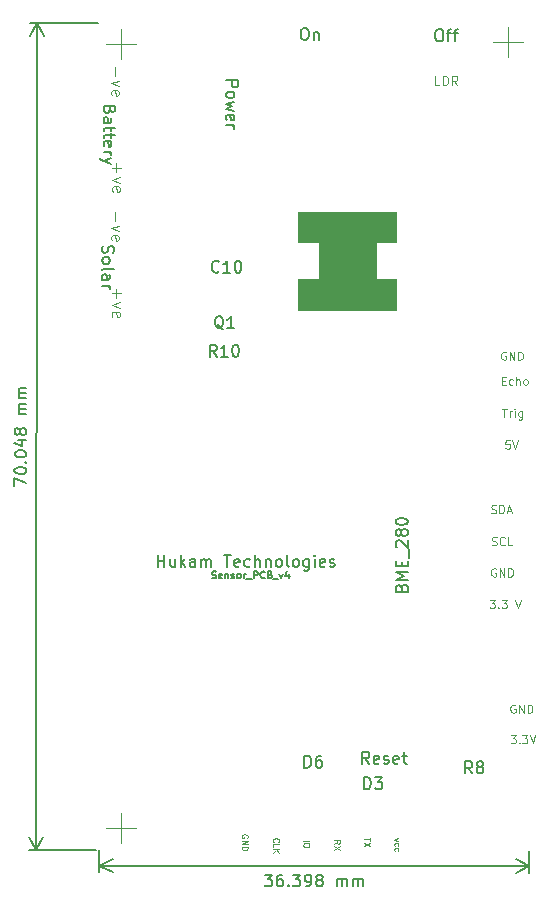
<source format=gbr>
G04 #@! TF.GenerationSoftware,KiCad,Pcbnew,5.1.6-c6e7f7d~87~ubuntu18.04.1*
G04 #@! TF.CreationDate,2021-04-09T16:44:34+05:30*
G04 #@! TF.ProjectId,Sensor_pcb_v4,53656e73-6f72-45f7-9063-625f76342e6b,rev?*
G04 #@! TF.SameCoordinates,Original*
G04 #@! TF.FileFunction,OtherDrawing,Comment*
%FSLAX46Y46*%
G04 Gerber Fmt 4.6, Leading zero omitted, Abs format (unit mm)*
G04 Created by KiCad (PCBNEW 5.1.6-c6e7f7d~87~ubuntu18.04.1) date 2021-04-09 16:44:34*
%MOMM*%
%LPD*%
G01*
G04 APERTURE LIST*
%ADD10C,0.100000*%
%ADD11C,0.150000*%
%ADD12C,0.080000*%
%ADD13C,0.200000*%
%ADD14C,0.050000*%
%ADD15C,0.010000*%
G04 APERTURE END LIST*
D10*
X58052986Y-54821026D02*
X57719653Y-54821026D01*
X57686320Y-55154360D01*
X57719653Y-55121026D01*
X57786320Y-55087693D01*
X57952986Y-55087693D01*
X58019653Y-55121026D01*
X58052986Y-55154360D01*
X58086320Y-55221026D01*
X58086320Y-55387693D01*
X58052986Y-55454360D01*
X58019653Y-55487693D01*
X57952986Y-55521026D01*
X57786320Y-55521026D01*
X57719653Y-55487693D01*
X57686320Y-55454360D01*
X58286320Y-54821026D02*
X58519653Y-55521026D01*
X58752986Y-54821026D01*
X57405700Y-52126086D02*
X57805700Y-52126086D01*
X57605700Y-52826086D02*
X57605700Y-52126086D01*
X58039033Y-52826086D02*
X58039033Y-52359420D01*
X58039033Y-52492753D02*
X58072366Y-52426086D01*
X58105700Y-52392753D01*
X58172366Y-52359420D01*
X58239033Y-52359420D01*
X58472366Y-52826086D02*
X58472366Y-52359420D01*
X58472366Y-52126086D02*
X58439033Y-52159420D01*
X58472366Y-52192753D01*
X58505700Y-52159420D01*
X58472366Y-52126086D01*
X58472366Y-52192753D01*
X59105700Y-52359420D02*
X59105700Y-52926086D01*
X59072366Y-52992753D01*
X59039033Y-53026086D01*
X58972366Y-53059420D01*
X58872366Y-53059420D01*
X58805700Y-53026086D01*
X59105700Y-52792753D02*
X59039033Y-52826086D01*
X58905700Y-52826086D01*
X58839033Y-52792753D01*
X58805700Y-52759420D01*
X58772366Y-52692753D01*
X58772366Y-52492753D01*
X58805700Y-52426086D01*
X58839033Y-52392753D01*
X58905700Y-52359420D01*
X59039033Y-52359420D01*
X59105700Y-52392753D01*
X57379846Y-49751780D02*
X57613180Y-49751780D01*
X57713180Y-50118446D02*
X57379846Y-50118446D01*
X57379846Y-49418446D01*
X57713180Y-49418446D01*
X58313180Y-50085113D02*
X58246513Y-50118446D01*
X58113180Y-50118446D01*
X58046513Y-50085113D01*
X58013180Y-50051780D01*
X57979846Y-49985113D01*
X57979846Y-49785113D01*
X58013180Y-49718446D01*
X58046513Y-49685113D01*
X58113180Y-49651780D01*
X58246513Y-49651780D01*
X58313180Y-49685113D01*
X58613180Y-50118446D02*
X58613180Y-49418446D01*
X58913180Y-50118446D02*
X58913180Y-49751780D01*
X58879846Y-49685113D01*
X58813180Y-49651780D01*
X58713180Y-49651780D01*
X58646513Y-49685113D01*
X58613180Y-49718446D01*
X59346513Y-50118446D02*
X59279846Y-50085113D01*
X59246513Y-50051780D01*
X59213180Y-49985113D01*
X59213180Y-49785113D01*
X59246513Y-49718446D01*
X59279846Y-49685113D01*
X59346513Y-49651780D01*
X59446513Y-49651780D01*
X59513180Y-49685113D01*
X59546513Y-49718446D01*
X59579846Y-49785113D01*
X59579846Y-49985113D01*
X59546513Y-50051780D01*
X59513180Y-50085113D01*
X59446513Y-50118446D01*
X59346513Y-50118446D01*
X58125806Y-79768906D02*
X58559140Y-79768906D01*
X58325806Y-80035573D01*
X58425806Y-80035573D01*
X58492473Y-80068906D01*
X58525806Y-80102240D01*
X58559140Y-80168906D01*
X58559140Y-80335573D01*
X58525806Y-80402240D01*
X58492473Y-80435573D01*
X58425806Y-80468906D01*
X58225806Y-80468906D01*
X58159140Y-80435573D01*
X58125806Y-80402240D01*
X58859140Y-80402240D02*
X58892473Y-80435573D01*
X58859140Y-80468906D01*
X58825806Y-80435573D01*
X58859140Y-80402240D01*
X58859140Y-80468906D01*
X59125806Y-79768906D02*
X59559140Y-79768906D01*
X59325806Y-80035573D01*
X59425806Y-80035573D01*
X59492473Y-80068906D01*
X59525806Y-80102240D01*
X59559140Y-80168906D01*
X59559140Y-80335573D01*
X59525806Y-80402240D01*
X59492473Y-80435573D01*
X59425806Y-80468906D01*
X59225806Y-80468906D01*
X59159140Y-80435573D01*
X59125806Y-80402240D01*
X59759140Y-79768906D02*
X59992473Y-80468906D01*
X60225806Y-79768906D01*
X58516586Y-77213980D02*
X58449920Y-77180646D01*
X58349920Y-77180646D01*
X58249920Y-77213980D01*
X58183253Y-77280646D01*
X58149920Y-77347313D01*
X58116586Y-77480646D01*
X58116586Y-77580646D01*
X58149920Y-77713980D01*
X58183253Y-77780646D01*
X58249920Y-77847313D01*
X58349920Y-77880646D01*
X58416586Y-77880646D01*
X58516586Y-77847313D01*
X58549920Y-77813980D01*
X58549920Y-77580646D01*
X58416586Y-77580646D01*
X58849920Y-77880646D02*
X58849920Y-77180646D01*
X59249920Y-77880646D01*
X59249920Y-77180646D01*
X59583253Y-77880646D02*
X59583253Y-77180646D01*
X59749920Y-77180646D01*
X59849920Y-77213980D01*
X59916586Y-77280646D01*
X59949920Y-77347313D01*
X59983253Y-77480646D01*
X59983253Y-77580646D01*
X59949920Y-77713980D01*
X59916586Y-77780646D01*
X59849920Y-77847313D01*
X59749920Y-77880646D01*
X59583253Y-77880646D01*
D11*
X37316207Y-91578684D02*
X37935255Y-91579289D01*
X37601549Y-91959915D01*
X37744406Y-91960055D01*
X37839598Y-92007767D01*
X37887170Y-92055432D01*
X37934696Y-92150717D01*
X37934464Y-92388812D01*
X37886752Y-92484003D01*
X37839086Y-92531576D01*
X37743802Y-92579102D01*
X37458087Y-92578823D01*
X37362896Y-92531111D01*
X37315323Y-92483445D01*
X38792397Y-91580126D02*
X38601921Y-91579940D01*
X38506636Y-91627466D01*
X38458971Y-91675038D01*
X38363593Y-91817802D01*
X38315788Y-92008232D01*
X38315416Y-92389184D01*
X38362942Y-92484469D01*
X38410514Y-92532134D01*
X38505706Y-92579846D01*
X38696182Y-92580032D01*
X38791467Y-92532506D01*
X38839132Y-92484934D01*
X38886844Y-92389742D01*
X38887077Y-92151647D01*
X38839551Y-92056363D01*
X38791978Y-92008697D01*
X38696787Y-91960985D01*
X38506311Y-91960799D01*
X38411026Y-92008325D01*
X38363361Y-92055897D01*
X38315649Y-92151089D01*
X39315322Y-92485399D02*
X39362895Y-92533065D01*
X39315229Y-92580637D01*
X39267657Y-92532972D01*
X39315322Y-92485399D01*
X39315229Y-92580637D01*
X39697159Y-91581010D02*
X40316206Y-91581615D01*
X39982501Y-91962241D01*
X40125358Y-91962381D01*
X40220549Y-92010093D01*
X40268122Y-92057758D01*
X40315648Y-92153043D01*
X40315415Y-92391138D01*
X40267703Y-92486330D01*
X40220037Y-92533902D01*
X40124753Y-92581428D01*
X39839039Y-92581149D01*
X39743847Y-92533437D01*
X39696275Y-92485771D01*
X40791419Y-92582079D02*
X40981895Y-92582265D01*
X41077180Y-92534740D01*
X41124845Y-92487167D01*
X41220223Y-92344403D01*
X41268028Y-92153973D01*
X41268400Y-91773021D01*
X41220874Y-91677737D01*
X41173302Y-91630071D01*
X41078110Y-91582359D01*
X40887634Y-91582173D01*
X40792350Y-91629699D01*
X40744684Y-91677271D01*
X40696972Y-91772463D01*
X40696739Y-92010558D01*
X40744265Y-92105843D01*
X40791838Y-92153508D01*
X40887029Y-92201220D01*
X41077505Y-92201406D01*
X41172790Y-92153880D01*
X41220456Y-92106308D01*
X41268168Y-92011116D01*
X41839596Y-92011675D02*
X41744404Y-91963963D01*
X41696832Y-91916297D01*
X41649306Y-91821012D01*
X41649352Y-91773393D01*
X41697065Y-91678202D01*
X41744730Y-91630629D01*
X41840015Y-91583103D01*
X42030491Y-91583289D01*
X42125682Y-91631002D01*
X42173255Y-91678667D01*
X42220781Y-91773952D01*
X42220734Y-91821571D01*
X42173022Y-91916762D01*
X42125357Y-91964335D01*
X42030072Y-92011861D01*
X41839596Y-92011675D01*
X41744311Y-92059201D01*
X41696646Y-92106773D01*
X41648934Y-92201965D01*
X41648748Y-92392441D01*
X41696274Y-92487725D01*
X41743846Y-92535391D01*
X41839038Y-92583103D01*
X42029514Y-92583289D01*
X42124798Y-92535763D01*
X42172464Y-92488191D01*
X42220176Y-92392999D01*
X42220362Y-92202523D01*
X42172836Y-92107238D01*
X42125264Y-92059573D01*
X42030072Y-92011861D01*
X43410466Y-92584638D02*
X43411117Y-91917972D01*
X43411024Y-92013210D02*
X43458689Y-91965637D01*
X43553974Y-91918111D01*
X43696831Y-91918251D01*
X43792023Y-91965963D01*
X43839549Y-92061248D01*
X43839037Y-92585057D01*
X43839549Y-92061248D02*
X43887261Y-91966056D01*
X43982545Y-91918530D01*
X44125402Y-91918670D01*
X44220594Y-91966382D01*
X44268120Y-92061666D01*
X44267608Y-92585476D01*
X44743798Y-92585941D02*
X44744450Y-91919274D01*
X44744356Y-92014512D02*
X44792022Y-91966940D01*
X44887307Y-91919414D01*
X45030164Y-91919554D01*
X45125355Y-91967266D01*
X45172881Y-92062550D01*
X45172369Y-92586359D01*
X45172881Y-92062550D02*
X45220593Y-91967359D01*
X45315878Y-91919833D01*
X45458735Y-91919972D01*
X45553926Y-91967684D01*
X45601452Y-92062969D01*
X45600941Y-92586778D01*
X23308317Y-90812618D02*
X59706517Y-90848178D01*
X23309580Y-89519760D02*
X23307744Y-91399039D01*
X59707780Y-89555320D02*
X59705944Y-91434599D01*
X59706517Y-90848178D02*
X58579441Y-91433498D01*
X59706517Y-90848178D02*
X58580587Y-90260657D01*
X23308317Y-90812618D02*
X24434247Y-91400139D01*
X23308317Y-90812618D02*
X24435393Y-90227298D01*
D12*
X43169709Y-88969066D02*
X43407804Y-88802400D01*
X43169709Y-88683352D02*
X43669709Y-88683352D01*
X43669709Y-88873828D01*
X43645900Y-88921447D01*
X43622090Y-88945257D01*
X43574471Y-88969066D01*
X43503042Y-88969066D01*
X43455423Y-88945257D01*
X43431614Y-88921447D01*
X43407804Y-88873828D01*
X43407804Y-88683352D01*
X43669709Y-89135733D02*
X43169709Y-89469066D01*
X43669709Y-89469066D02*
X43169709Y-89135733D01*
X46186849Y-88460627D02*
X46186849Y-88746341D01*
X45686849Y-88603484D02*
X46186849Y-88603484D01*
X46186849Y-88865389D02*
X45686849Y-89198722D01*
X46186849Y-89198722D02*
X45686849Y-88865389D01*
D10*
X52101819Y-24733204D02*
X51720866Y-24733204D01*
X51720866Y-23933204D01*
X52368485Y-24733204D02*
X52368485Y-23933204D01*
X52558961Y-23933204D01*
X52673247Y-23971300D01*
X52749438Y-24047490D01*
X52787533Y-24123680D01*
X52825628Y-24276061D01*
X52825628Y-24390347D01*
X52787533Y-24542728D01*
X52749438Y-24618919D01*
X52673247Y-24695109D01*
X52558961Y-24733204D01*
X52368485Y-24733204D01*
X53625628Y-24733204D02*
X53358961Y-24352252D01*
X53168485Y-24733204D02*
X53168485Y-23933204D01*
X53473247Y-23933204D01*
X53549438Y-23971300D01*
X53587533Y-24009395D01*
X53625628Y-24085585D01*
X53625628Y-24199871D01*
X53587533Y-24276061D01*
X53549438Y-24314157D01*
X53473247Y-24352252D01*
X53168485Y-24352252D01*
X24731671Y-41961583D02*
X24731671Y-42723488D01*
X24350719Y-42342536D02*
X25112623Y-42342536D01*
X25017385Y-43104440D02*
X24350719Y-43342536D01*
X25017385Y-43580631D01*
X24398338Y-44342536D02*
X24350719Y-44247298D01*
X24350719Y-44056821D01*
X24398338Y-43961583D01*
X24493576Y-43913964D01*
X24874528Y-43913964D01*
X24969766Y-43961583D01*
X25017385Y-44056821D01*
X25017385Y-44247298D01*
X24969766Y-44342536D01*
X24874528Y-44390155D01*
X24779290Y-44390155D01*
X24684052Y-43913964D01*
X24675791Y-35484583D02*
X24675791Y-36246488D01*
X24961505Y-36627440D02*
X24294839Y-36865536D01*
X24961505Y-37103631D01*
X24342458Y-37865536D02*
X24294839Y-37770298D01*
X24294839Y-37579821D01*
X24342458Y-37484583D01*
X24437696Y-37436964D01*
X24818648Y-37436964D01*
X24913886Y-37484583D01*
X24961505Y-37579821D01*
X24961505Y-37770298D01*
X24913886Y-37865536D01*
X24818648Y-37913155D01*
X24723410Y-37913155D01*
X24628172Y-37436964D01*
D11*
X23585538Y-38375175D02*
X23537919Y-38518032D01*
X23537919Y-38756127D01*
X23585538Y-38851365D01*
X23633157Y-38898984D01*
X23728395Y-38946603D01*
X23823633Y-38946603D01*
X23918871Y-38898984D01*
X23966490Y-38851365D01*
X24014109Y-38756127D01*
X24061728Y-38565651D01*
X24109347Y-38470413D01*
X24156966Y-38422794D01*
X24252204Y-38375175D01*
X24347442Y-38375175D01*
X24442680Y-38422794D01*
X24490300Y-38470413D01*
X24537919Y-38565651D01*
X24537919Y-38803746D01*
X24490300Y-38946603D01*
X23537919Y-39518032D02*
X23585538Y-39422794D01*
X23633157Y-39375175D01*
X23728395Y-39327556D01*
X24014109Y-39327556D01*
X24109347Y-39375175D01*
X24156966Y-39422794D01*
X24204585Y-39518032D01*
X24204585Y-39660889D01*
X24156966Y-39756127D01*
X24109347Y-39803746D01*
X24014109Y-39851365D01*
X23728395Y-39851365D01*
X23633157Y-39803746D01*
X23585538Y-39756127D01*
X23537919Y-39660889D01*
X23537919Y-39518032D01*
X23537919Y-40422794D02*
X23585538Y-40327556D01*
X23680776Y-40279937D01*
X24537919Y-40279937D01*
X23537919Y-41232318D02*
X24061728Y-41232318D01*
X24156966Y-41184699D01*
X24204585Y-41089460D01*
X24204585Y-40898984D01*
X24156966Y-40803746D01*
X23585538Y-41232318D02*
X23537919Y-41137080D01*
X23537919Y-40898984D01*
X23585538Y-40803746D01*
X23680776Y-40756127D01*
X23776014Y-40756127D01*
X23871252Y-40803746D01*
X23918871Y-40898984D01*
X23918871Y-41137080D01*
X23966490Y-41232318D01*
X23537919Y-41708508D02*
X24204585Y-41708508D01*
X24014109Y-41708508D02*
X24109347Y-41756127D01*
X24156966Y-41803746D01*
X24204585Y-41898984D01*
X24204585Y-41994222D01*
D10*
X24759611Y-31367243D02*
X24759611Y-32129148D01*
X24378659Y-31748196D02*
X25140563Y-31748196D01*
X25045325Y-32510100D02*
X24378659Y-32748196D01*
X25045325Y-32986291D01*
X24426278Y-33748196D02*
X24378659Y-33652958D01*
X24378659Y-33462481D01*
X24426278Y-33367243D01*
X24521516Y-33319624D01*
X24902468Y-33319624D01*
X24997706Y-33367243D01*
X25045325Y-33462481D01*
X25045325Y-33652958D01*
X24997706Y-33748196D01*
X24902468Y-33795815D01*
X24807230Y-33795815D01*
X24711992Y-33319624D01*
D11*
X16123386Y-58668931D02*
X16124304Y-58002265D01*
X17123713Y-58432214D01*
X16125092Y-57430837D02*
X16125223Y-57335599D01*
X16172973Y-57240427D01*
X16220658Y-57192873D01*
X16315962Y-57145386D01*
X16506503Y-57098029D01*
X16744598Y-57098357D01*
X16935009Y-57146239D01*
X17030181Y-57193989D01*
X17077734Y-57241673D01*
X17125222Y-57336977D01*
X17125091Y-57432215D01*
X17077341Y-57527387D01*
X17029656Y-57574941D01*
X16934352Y-57622429D01*
X16743811Y-57669785D01*
X16505716Y-57669457D01*
X16315305Y-57621576D01*
X16220133Y-57573825D01*
X16172580Y-57526141D01*
X16125092Y-57430837D01*
X17030903Y-56670180D02*
X17078587Y-56622626D01*
X17126141Y-56670311D01*
X17078456Y-56717864D01*
X17030903Y-56670180D01*
X17126141Y-56670311D01*
X16127060Y-56002267D02*
X16127192Y-55907029D01*
X16174942Y-55811857D01*
X16222626Y-55764303D01*
X16317930Y-55716815D01*
X16508472Y-55669459D01*
X16746567Y-55669787D01*
X16936977Y-55717668D01*
X17032149Y-55765419D01*
X17079703Y-55813103D01*
X17127191Y-55908407D01*
X17127059Y-56003645D01*
X17079309Y-56098817D01*
X17031625Y-56146371D01*
X16936321Y-56193858D01*
X16745779Y-56241215D01*
X16507684Y-56240887D01*
X16317274Y-56193005D01*
X16222101Y-56145255D01*
X16174548Y-56097571D01*
X16127060Y-56002267D01*
X16462034Y-54812251D02*
X17128700Y-54813170D01*
X16080754Y-55049821D02*
X16794711Y-55288901D01*
X16795564Y-54669854D01*
X16558190Y-54145716D02*
X16510440Y-54240889D01*
X16462755Y-54288442D01*
X16367452Y-54335930D01*
X16319833Y-54335864D01*
X16224660Y-54288114D01*
X16177107Y-54240430D01*
X16129619Y-54145126D01*
X16129882Y-53954650D01*
X16177632Y-53859478D01*
X16225317Y-53811924D01*
X16320620Y-53764436D01*
X16368239Y-53764502D01*
X16463412Y-53812252D01*
X16510965Y-53859937D01*
X16558453Y-53955240D01*
X16558190Y-54145716D01*
X16605678Y-54241020D01*
X16653231Y-54288705D01*
X16748404Y-54336455D01*
X16938880Y-54336717D01*
X17034183Y-54289230D01*
X17081868Y-54241676D01*
X17129618Y-54146504D01*
X17129881Y-53956028D01*
X17082393Y-53860724D01*
X17034840Y-53813040D01*
X16939667Y-53765289D01*
X16749191Y-53765027D01*
X16653888Y-53812515D01*
X16606203Y-53860068D01*
X16558453Y-53955240D01*
X17131784Y-52575077D02*
X16465118Y-52574158D01*
X16560356Y-52574289D02*
X16512802Y-52526605D01*
X16465314Y-52431301D01*
X16465511Y-52288444D01*
X16513261Y-52193272D01*
X16608565Y-52145784D01*
X17132374Y-52146506D01*
X16608565Y-52145784D02*
X16513393Y-52098034D01*
X16465905Y-52002730D01*
X16466102Y-51859873D01*
X16513852Y-51764701D01*
X16609156Y-51717213D01*
X17132965Y-51717935D01*
X17133621Y-51241745D02*
X16466955Y-51240826D01*
X16562193Y-51240957D02*
X16514639Y-51193273D01*
X16467152Y-51097969D01*
X16467348Y-50955112D01*
X16515099Y-50859940D01*
X16610402Y-50812452D01*
X17134211Y-50813174D01*
X16610402Y-50812452D02*
X16515230Y-50764702D01*
X16467742Y-50669398D01*
X16467939Y-50526541D01*
X16515689Y-50431369D01*
X16610993Y-50383881D01*
X17134802Y-50384603D01*
X18025038Y-19456945D02*
X17928518Y-89505065D01*
X23159720Y-19464020D02*
X17438618Y-19456137D01*
X23063200Y-89512140D02*
X17342098Y-89504257D01*
X17928518Y-89505065D02*
X17343650Y-88377754D01*
X17928518Y-89505065D02*
X18516490Y-88379370D01*
X18025038Y-19456945D02*
X17437066Y-20582640D01*
X18025038Y-19456945D02*
X18609906Y-20584256D01*
D12*
X35835400Y-88460627D02*
X35859209Y-88413008D01*
X35859209Y-88341580D01*
X35835400Y-88270151D01*
X35787780Y-88222532D01*
X35740161Y-88198722D01*
X35644923Y-88174913D01*
X35573495Y-88174913D01*
X35478257Y-88198722D01*
X35430638Y-88222532D01*
X35383019Y-88270151D01*
X35359209Y-88341580D01*
X35359209Y-88389199D01*
X35383019Y-88460627D01*
X35406828Y-88484437D01*
X35573495Y-88484437D01*
X35573495Y-88389199D01*
X35359209Y-88698722D02*
X35859209Y-88698722D01*
X35359209Y-88984437D01*
X35859209Y-88984437D01*
X35359209Y-89222532D02*
X35859209Y-89222532D01*
X35859209Y-89341580D01*
X35835400Y-89413008D01*
X35787780Y-89460627D01*
X35740161Y-89484437D01*
X35644923Y-89508246D01*
X35573495Y-89508246D01*
X35478257Y-89484437D01*
X35430638Y-89460627D01*
X35383019Y-89413008D01*
X35359209Y-89341580D01*
X35359209Y-89222532D01*
X38063668Y-88813200D02*
X38039859Y-88789391D01*
X38016049Y-88717962D01*
X38016049Y-88670343D01*
X38039859Y-88598915D01*
X38087478Y-88551296D01*
X38135097Y-88527486D01*
X38230335Y-88503677D01*
X38301763Y-88503677D01*
X38397001Y-88527486D01*
X38444620Y-88551296D01*
X38492240Y-88598915D01*
X38516049Y-88670343D01*
X38516049Y-88717962D01*
X38492240Y-88789391D01*
X38468430Y-88813200D01*
X38016049Y-89265581D02*
X38016049Y-89027486D01*
X38516049Y-89027486D01*
X38016049Y-89432248D02*
X38516049Y-89432248D01*
X38016049Y-89717962D02*
X38301763Y-89503677D01*
X38516049Y-89717962D02*
X38230335Y-89432248D01*
X40594149Y-88701595D02*
X41094149Y-88701595D01*
X41094149Y-89034928D02*
X41094149Y-89130166D01*
X41070340Y-89177785D01*
X41022720Y-89225404D01*
X40927482Y-89249214D01*
X40760816Y-89249214D01*
X40665578Y-89225404D01*
X40617959Y-89177785D01*
X40594149Y-89130166D01*
X40594149Y-89034928D01*
X40617959Y-88987309D01*
X40665578Y-88939690D01*
X40760816Y-88915880D01*
X40927482Y-88915880D01*
X41022720Y-88939690D01*
X41070340Y-88987309D01*
X41094149Y-89034928D01*
X48618602Y-88502240D02*
X48285269Y-88621288D01*
X48618602Y-88740336D01*
X48309079Y-89145098D02*
X48285269Y-89097479D01*
X48285269Y-89002240D01*
X48309079Y-88954621D01*
X48332888Y-88930812D01*
X48380507Y-88907002D01*
X48523364Y-88907002D01*
X48570983Y-88930812D01*
X48594793Y-88954621D01*
X48618602Y-89002240D01*
X48618602Y-89097479D01*
X48594793Y-89145098D01*
X48309079Y-89573669D02*
X48285269Y-89526050D01*
X48285269Y-89430812D01*
X48309079Y-89383193D01*
X48332888Y-89359383D01*
X48380507Y-89335574D01*
X48523364Y-89335574D01*
X48570983Y-89359383D01*
X48594793Y-89383193D01*
X48618602Y-89430812D01*
X48618602Y-89526050D01*
X48594793Y-89573669D01*
D13*
X40600380Y-19907000D02*
X40790857Y-19907000D01*
X40886095Y-19954620D01*
X40981333Y-20049858D01*
X41028952Y-20240334D01*
X41028952Y-20573667D01*
X40981333Y-20764143D01*
X40886095Y-20859381D01*
X40790857Y-20907000D01*
X40600380Y-20907000D01*
X40505142Y-20859381D01*
X40409904Y-20764143D01*
X40362285Y-20573667D01*
X40362285Y-20240334D01*
X40409904Y-20049858D01*
X40505142Y-19954620D01*
X40600380Y-19907000D01*
X41457523Y-20240334D02*
X41457523Y-20907000D01*
X41457523Y-20335572D02*
X41505142Y-20287953D01*
X41600380Y-20240334D01*
X41743238Y-20240334D01*
X41838476Y-20287953D01*
X41886095Y-20383191D01*
X41886095Y-20907000D01*
X52007853Y-20028920D02*
X52198329Y-20028920D01*
X52293567Y-20076540D01*
X52388805Y-20171778D01*
X52436424Y-20362254D01*
X52436424Y-20695587D01*
X52388805Y-20886063D01*
X52293567Y-20981301D01*
X52198329Y-21028920D01*
X52007853Y-21028920D01*
X51912615Y-20981301D01*
X51817377Y-20886063D01*
X51769758Y-20695587D01*
X51769758Y-20362254D01*
X51817377Y-20171778D01*
X51912615Y-20076540D01*
X52007853Y-20028920D01*
X52722139Y-20362254D02*
X53103091Y-20362254D01*
X52864996Y-21028920D02*
X52864996Y-20171778D01*
X52912615Y-20076540D01*
X53007853Y-20028920D01*
X53103091Y-20028920D01*
X53293567Y-20362254D02*
X53674520Y-20362254D01*
X53436424Y-21028920D02*
X53436424Y-20171778D01*
X53484043Y-20076540D01*
X53579281Y-20028920D01*
X53674520Y-20028920D01*
D10*
X24675791Y-23218923D02*
X24675791Y-23980828D01*
X24961505Y-24361780D02*
X24294839Y-24599876D01*
X24961505Y-24837971D01*
X24342458Y-25599876D02*
X24294839Y-25504638D01*
X24294839Y-25314161D01*
X24342458Y-25218923D01*
X24437696Y-25171304D01*
X24818648Y-25171304D01*
X24913886Y-25218923D01*
X24961505Y-25314161D01*
X24961505Y-25504638D01*
X24913886Y-25599876D01*
X24818648Y-25647495D01*
X24723410Y-25647495D01*
X24628172Y-25171304D01*
X56365620Y-68321126D02*
X56798953Y-68321126D01*
X56565620Y-68587793D01*
X56665620Y-68587793D01*
X56732286Y-68621126D01*
X56765620Y-68654460D01*
X56798953Y-68721126D01*
X56798953Y-68887793D01*
X56765620Y-68954460D01*
X56732286Y-68987793D01*
X56665620Y-69021126D01*
X56465620Y-69021126D01*
X56398953Y-68987793D01*
X56365620Y-68954460D01*
X57098953Y-68954460D02*
X57132286Y-68987793D01*
X57098953Y-69021126D01*
X57065620Y-68987793D01*
X57098953Y-68954460D01*
X57098953Y-69021126D01*
X57365620Y-68321126D02*
X57798953Y-68321126D01*
X57565620Y-68587793D01*
X57665620Y-68587793D01*
X57732286Y-68621126D01*
X57765620Y-68654460D01*
X57798953Y-68721126D01*
X57798953Y-68887793D01*
X57765620Y-68954460D01*
X57732286Y-68987793D01*
X57665620Y-69021126D01*
X57465620Y-69021126D01*
X57398953Y-68987793D01*
X57365620Y-68954460D01*
X58532286Y-68321126D02*
X58765620Y-69021126D01*
X58998953Y-68321126D01*
X56875746Y-65679840D02*
X56809080Y-65646506D01*
X56709080Y-65646506D01*
X56609080Y-65679840D01*
X56542413Y-65746506D01*
X56509080Y-65813173D01*
X56475746Y-65946506D01*
X56475746Y-66046506D01*
X56509080Y-66179840D01*
X56542413Y-66246506D01*
X56609080Y-66313173D01*
X56709080Y-66346506D01*
X56775746Y-66346506D01*
X56875746Y-66313173D01*
X56909080Y-66279840D01*
X56909080Y-66046506D01*
X56775746Y-66046506D01*
X57209080Y-66346506D02*
X57209080Y-65646506D01*
X57609080Y-66346506D01*
X57609080Y-65646506D01*
X57942413Y-66346506D02*
X57942413Y-65646506D01*
X58109080Y-65646506D01*
X58209080Y-65679840D01*
X58275746Y-65746506D01*
X58309080Y-65813173D01*
X58342413Y-65946506D01*
X58342413Y-66046506D01*
X58309080Y-66179840D01*
X58275746Y-66246506D01*
X58209080Y-66313173D01*
X58109080Y-66346506D01*
X57942413Y-66346506D01*
X56537646Y-63671573D02*
X56637646Y-63704906D01*
X56804313Y-63704906D01*
X56870980Y-63671573D01*
X56904313Y-63638240D01*
X56937646Y-63571573D01*
X56937646Y-63504906D01*
X56904313Y-63438240D01*
X56870980Y-63404906D01*
X56804313Y-63371573D01*
X56670980Y-63338240D01*
X56604313Y-63304906D01*
X56570980Y-63271573D01*
X56537646Y-63204906D01*
X56537646Y-63138240D01*
X56570980Y-63071573D01*
X56604313Y-63038240D01*
X56670980Y-63004906D01*
X56837646Y-63004906D01*
X56937646Y-63038240D01*
X57637646Y-63638240D02*
X57604313Y-63671573D01*
X57504313Y-63704906D01*
X57437646Y-63704906D01*
X57337646Y-63671573D01*
X57270980Y-63604906D01*
X57237646Y-63538240D01*
X57204313Y-63404906D01*
X57204313Y-63304906D01*
X57237646Y-63171573D01*
X57270980Y-63104906D01*
X57337646Y-63038240D01*
X57437646Y-63004906D01*
X57504313Y-63004906D01*
X57604313Y-63038240D01*
X57637646Y-63071573D01*
X58270980Y-63704906D02*
X57937646Y-63704906D01*
X57937646Y-63004906D01*
X56485420Y-60958853D02*
X56585420Y-60992186D01*
X56752086Y-60992186D01*
X56818753Y-60958853D01*
X56852086Y-60925520D01*
X56885420Y-60858853D01*
X56885420Y-60792186D01*
X56852086Y-60725520D01*
X56818753Y-60692186D01*
X56752086Y-60658853D01*
X56618753Y-60625520D01*
X56552086Y-60592186D01*
X56518753Y-60558853D01*
X56485420Y-60492186D01*
X56485420Y-60425520D01*
X56518753Y-60358853D01*
X56552086Y-60325520D01*
X56618753Y-60292186D01*
X56785420Y-60292186D01*
X56885420Y-60325520D01*
X57185420Y-60992186D02*
X57185420Y-60292186D01*
X57352086Y-60292186D01*
X57452086Y-60325520D01*
X57518753Y-60392186D01*
X57552086Y-60458853D01*
X57585420Y-60592186D01*
X57585420Y-60692186D01*
X57552086Y-60825520D01*
X57518753Y-60892186D01*
X57452086Y-60958853D01*
X57352086Y-60992186D01*
X57185420Y-60992186D01*
X57852086Y-60792186D02*
X58185420Y-60792186D01*
X57785420Y-60992186D02*
X58018753Y-60292186D01*
X58252086Y-60992186D01*
X57716486Y-47335960D02*
X57649820Y-47302626D01*
X57549820Y-47302626D01*
X57449820Y-47335960D01*
X57383153Y-47402626D01*
X57349820Y-47469293D01*
X57316486Y-47602626D01*
X57316486Y-47702626D01*
X57349820Y-47835960D01*
X57383153Y-47902626D01*
X57449820Y-47969293D01*
X57549820Y-48002626D01*
X57616486Y-48002626D01*
X57716486Y-47969293D01*
X57749820Y-47935960D01*
X57749820Y-47702626D01*
X57616486Y-47702626D01*
X58049820Y-48002626D02*
X58049820Y-47302626D01*
X58449820Y-48002626D01*
X58449820Y-47302626D01*
X58783153Y-48002626D02*
X58783153Y-47302626D01*
X58949820Y-47302626D01*
X59049820Y-47335960D01*
X59116486Y-47402626D01*
X59149820Y-47469293D01*
X59183153Y-47602626D01*
X59183153Y-47702626D01*
X59149820Y-47835960D01*
X59116486Y-47902626D01*
X59049820Y-47969293D01*
X58949820Y-48002626D01*
X58783153Y-48002626D01*
D11*
X24193808Y-26828691D02*
X24146189Y-26971548D01*
X24098570Y-27019167D01*
X24003332Y-27066786D01*
X23860475Y-27066786D01*
X23765237Y-27019167D01*
X23717618Y-26971548D01*
X23669999Y-26876310D01*
X23669999Y-26495358D01*
X24669999Y-26495358D01*
X24669999Y-26828691D01*
X24622380Y-26923929D01*
X24574760Y-26971548D01*
X24479522Y-27019167D01*
X24384284Y-27019167D01*
X24289046Y-26971548D01*
X24241427Y-26923929D01*
X24193808Y-26828691D01*
X24193808Y-26495358D01*
X23669999Y-27923929D02*
X24193808Y-27923929D01*
X24289046Y-27876310D01*
X24336665Y-27781072D01*
X24336665Y-27590596D01*
X24289046Y-27495358D01*
X23717618Y-27923929D02*
X23669999Y-27828691D01*
X23669999Y-27590596D01*
X23717618Y-27495358D01*
X23812856Y-27447739D01*
X23908094Y-27447739D01*
X24003332Y-27495358D01*
X24050951Y-27590596D01*
X24050951Y-27828691D01*
X24098570Y-27923929D01*
X24336665Y-28257262D02*
X24336665Y-28638215D01*
X24669999Y-28400120D02*
X23812856Y-28400120D01*
X23717618Y-28447739D01*
X23669999Y-28542977D01*
X23669999Y-28638215D01*
X24336665Y-28828691D02*
X24336665Y-29209643D01*
X24669999Y-28971548D02*
X23812856Y-28971548D01*
X23717618Y-29019167D01*
X23669999Y-29114405D01*
X23669999Y-29209643D01*
X23717618Y-29923929D02*
X23669999Y-29828691D01*
X23669999Y-29638215D01*
X23717618Y-29542977D01*
X23812856Y-29495358D01*
X24193808Y-29495358D01*
X24289046Y-29542977D01*
X24336665Y-29638215D01*
X24336665Y-29828691D01*
X24289046Y-29923929D01*
X24193808Y-29971548D01*
X24098570Y-29971548D01*
X24003332Y-29495358D01*
X23669999Y-30400120D02*
X24336665Y-30400120D01*
X24146189Y-30400120D02*
X24241427Y-30447739D01*
X24289046Y-30495358D01*
X24336665Y-30590596D01*
X24336665Y-30685834D01*
X24336665Y-30923929D02*
X23669999Y-31162024D01*
X24336665Y-31400120D02*
X23669999Y-31162024D01*
X23431903Y-31066786D01*
X23384284Y-31019167D01*
X23336665Y-30923929D01*
X46155764Y-82194660D02*
X45822431Y-81718470D01*
X45584336Y-82194660D02*
X45584336Y-81194660D01*
X45965288Y-81194660D01*
X46060526Y-81242280D01*
X46108145Y-81289899D01*
X46155764Y-81385137D01*
X46155764Y-81527994D01*
X46108145Y-81623232D01*
X46060526Y-81670851D01*
X45965288Y-81718470D01*
X45584336Y-81718470D01*
X46965288Y-82147041D02*
X46870050Y-82194660D01*
X46679574Y-82194660D01*
X46584336Y-82147041D01*
X46536717Y-82051803D01*
X46536717Y-81670851D01*
X46584336Y-81575613D01*
X46679574Y-81527994D01*
X46870050Y-81527994D01*
X46965288Y-81575613D01*
X47012907Y-81670851D01*
X47012907Y-81766089D01*
X46536717Y-81861327D01*
X47393860Y-82147041D02*
X47489098Y-82194660D01*
X47679574Y-82194660D01*
X47774812Y-82147041D01*
X47822431Y-82051803D01*
X47822431Y-82004184D01*
X47774812Y-81908946D01*
X47679574Y-81861327D01*
X47536717Y-81861327D01*
X47441479Y-81813708D01*
X47393860Y-81718470D01*
X47393860Y-81670851D01*
X47441479Y-81575613D01*
X47536717Y-81527994D01*
X47679574Y-81527994D01*
X47774812Y-81575613D01*
X48631955Y-82147041D02*
X48536717Y-82194660D01*
X48346240Y-82194660D01*
X48251002Y-82147041D01*
X48203383Y-82051803D01*
X48203383Y-81670851D01*
X48251002Y-81575613D01*
X48346240Y-81527994D01*
X48536717Y-81527994D01*
X48631955Y-81575613D01*
X48679574Y-81670851D01*
X48679574Y-81766089D01*
X48203383Y-81861327D01*
X48965288Y-81527994D02*
X49346240Y-81527994D01*
X49108145Y-81194660D02*
X49108145Y-82051803D01*
X49155764Y-82147041D01*
X49251002Y-82194660D01*
X49346240Y-82194660D01*
X34058599Y-24343289D02*
X35058599Y-24343289D01*
X35058599Y-24724241D01*
X35010980Y-24819479D01*
X34963360Y-24867099D01*
X34868122Y-24914718D01*
X34725265Y-24914718D01*
X34630027Y-24867099D01*
X34582408Y-24819479D01*
X34534789Y-24724241D01*
X34534789Y-24343289D01*
X34058599Y-25486146D02*
X34106218Y-25390908D01*
X34153837Y-25343289D01*
X34249075Y-25295670D01*
X34534789Y-25295670D01*
X34630027Y-25343289D01*
X34677646Y-25390908D01*
X34725265Y-25486146D01*
X34725265Y-25629003D01*
X34677646Y-25724241D01*
X34630027Y-25771860D01*
X34534789Y-25819480D01*
X34249075Y-25819480D01*
X34153837Y-25771860D01*
X34106218Y-25724241D01*
X34058599Y-25629003D01*
X34058599Y-25486146D01*
X34725265Y-26152813D02*
X34058599Y-26343289D01*
X34534789Y-26533765D01*
X34058599Y-26724241D01*
X34725265Y-26914718D01*
X34106218Y-27676622D02*
X34058599Y-27581384D01*
X34058599Y-27390908D01*
X34106218Y-27295670D01*
X34201456Y-27248051D01*
X34582408Y-27248051D01*
X34677646Y-27295670D01*
X34725265Y-27390908D01*
X34725265Y-27581384D01*
X34677646Y-27676622D01*
X34582408Y-27724241D01*
X34487170Y-27724241D01*
X34391932Y-27248051D01*
X34058599Y-28152813D02*
X34725265Y-28152813D01*
X34534789Y-28152813D02*
X34630027Y-28200432D01*
X34677646Y-28248051D01*
X34725265Y-28343289D01*
X34725265Y-28438527D01*
X32847371Y-66468277D02*
X32933085Y-66496848D01*
X33075942Y-66496848D01*
X33133085Y-66468277D01*
X33161657Y-66439705D01*
X33190228Y-66382562D01*
X33190228Y-66325420D01*
X33161657Y-66268277D01*
X33133085Y-66239705D01*
X33075942Y-66211134D01*
X32961657Y-66182562D01*
X32904514Y-66153991D01*
X32875942Y-66125420D01*
X32847371Y-66068277D01*
X32847371Y-66011134D01*
X32875942Y-65953991D01*
X32904514Y-65925420D01*
X32961657Y-65896848D01*
X33104514Y-65896848D01*
X33190228Y-65925420D01*
X33675942Y-66468277D02*
X33618800Y-66496848D01*
X33504514Y-66496848D01*
X33447371Y-66468277D01*
X33418800Y-66411134D01*
X33418800Y-66182562D01*
X33447371Y-66125420D01*
X33504514Y-66096848D01*
X33618800Y-66096848D01*
X33675942Y-66125420D01*
X33704514Y-66182562D01*
X33704514Y-66239705D01*
X33418800Y-66296848D01*
X33961657Y-66096848D02*
X33961657Y-66496848D01*
X33961657Y-66153991D02*
X33990228Y-66125420D01*
X34047371Y-66096848D01*
X34133085Y-66096848D01*
X34190228Y-66125420D01*
X34218800Y-66182562D01*
X34218800Y-66496848D01*
X34475942Y-66468277D02*
X34533085Y-66496848D01*
X34647371Y-66496848D01*
X34704514Y-66468277D01*
X34733085Y-66411134D01*
X34733085Y-66382562D01*
X34704514Y-66325420D01*
X34647371Y-66296848D01*
X34561657Y-66296848D01*
X34504514Y-66268277D01*
X34475942Y-66211134D01*
X34475942Y-66182562D01*
X34504514Y-66125420D01*
X34561657Y-66096848D01*
X34647371Y-66096848D01*
X34704514Y-66125420D01*
X35075942Y-66496848D02*
X35018800Y-66468277D01*
X34990228Y-66439705D01*
X34961657Y-66382562D01*
X34961657Y-66211134D01*
X34990228Y-66153991D01*
X35018800Y-66125420D01*
X35075942Y-66096848D01*
X35161657Y-66096848D01*
X35218800Y-66125420D01*
X35247371Y-66153991D01*
X35275942Y-66211134D01*
X35275942Y-66382562D01*
X35247371Y-66439705D01*
X35218800Y-66468277D01*
X35161657Y-66496848D01*
X35075942Y-66496848D01*
X35533085Y-66496848D02*
X35533085Y-66096848D01*
X35533085Y-66211134D02*
X35561657Y-66153991D01*
X35590228Y-66125420D01*
X35647371Y-66096848D01*
X35704514Y-66096848D01*
X35761657Y-66553991D02*
X36218800Y-66553991D01*
X36361657Y-66496848D02*
X36361657Y-65896848D01*
X36590228Y-65896848D01*
X36647371Y-65925420D01*
X36675942Y-65953991D01*
X36704514Y-66011134D01*
X36704514Y-66096848D01*
X36675942Y-66153991D01*
X36647371Y-66182562D01*
X36590228Y-66211134D01*
X36361657Y-66211134D01*
X37304514Y-66439705D02*
X37275942Y-66468277D01*
X37190228Y-66496848D01*
X37133085Y-66496848D01*
X37047371Y-66468277D01*
X36990228Y-66411134D01*
X36961657Y-66353991D01*
X36933085Y-66239705D01*
X36933085Y-66153991D01*
X36961657Y-66039705D01*
X36990228Y-65982562D01*
X37047371Y-65925420D01*
X37133085Y-65896848D01*
X37190228Y-65896848D01*
X37275942Y-65925420D01*
X37304514Y-65953991D01*
X37761657Y-66182562D02*
X37847371Y-66211134D01*
X37875942Y-66239705D01*
X37904514Y-66296848D01*
X37904514Y-66382562D01*
X37875942Y-66439705D01*
X37847371Y-66468277D01*
X37790228Y-66496848D01*
X37561657Y-66496848D01*
X37561657Y-65896848D01*
X37761657Y-65896848D01*
X37818800Y-65925420D01*
X37847371Y-65953991D01*
X37875942Y-66011134D01*
X37875942Y-66068277D01*
X37847371Y-66125420D01*
X37818800Y-66153991D01*
X37761657Y-66182562D01*
X37561657Y-66182562D01*
X38018800Y-66553991D02*
X38475942Y-66553991D01*
X38561657Y-66096848D02*
X38704514Y-66496848D01*
X38847371Y-66096848D01*
X39333085Y-66096848D02*
X39333085Y-66496848D01*
X39190228Y-65868277D02*
X39047371Y-66296848D01*
X39418800Y-66296848D01*
D13*
X28248909Y-65527180D02*
X28248909Y-64527180D01*
X28248909Y-65003371D02*
X28820338Y-65003371D01*
X28820338Y-65527180D02*
X28820338Y-64527180D01*
X29725099Y-64860514D02*
X29725099Y-65527180D01*
X29296528Y-64860514D02*
X29296528Y-65384323D01*
X29344147Y-65479561D01*
X29439385Y-65527180D01*
X29582242Y-65527180D01*
X29677480Y-65479561D01*
X29725099Y-65431942D01*
X30201290Y-65527180D02*
X30201290Y-64527180D01*
X30296528Y-65146228D02*
X30582242Y-65527180D01*
X30582242Y-64860514D02*
X30201290Y-65241466D01*
X31439385Y-65527180D02*
X31439385Y-65003371D01*
X31391766Y-64908133D01*
X31296528Y-64860514D01*
X31106052Y-64860514D01*
X31010814Y-64908133D01*
X31439385Y-65479561D02*
X31344147Y-65527180D01*
X31106052Y-65527180D01*
X31010814Y-65479561D01*
X30963195Y-65384323D01*
X30963195Y-65289085D01*
X31010814Y-65193847D01*
X31106052Y-65146228D01*
X31344147Y-65146228D01*
X31439385Y-65098609D01*
X31915576Y-65527180D02*
X31915576Y-64860514D01*
X31915576Y-64955752D02*
X31963195Y-64908133D01*
X32058433Y-64860514D01*
X32201290Y-64860514D01*
X32296528Y-64908133D01*
X32344147Y-65003371D01*
X32344147Y-65527180D01*
X32344147Y-65003371D02*
X32391766Y-64908133D01*
X32487004Y-64860514D01*
X32629861Y-64860514D01*
X32725099Y-64908133D01*
X32772719Y-65003371D01*
X32772719Y-65527180D01*
X33867957Y-64527180D02*
X34439385Y-64527180D01*
X34153671Y-65527180D02*
X34153671Y-64527180D01*
X35153671Y-65479561D02*
X35058433Y-65527180D01*
X34867957Y-65527180D01*
X34772719Y-65479561D01*
X34725100Y-65384323D01*
X34725100Y-65003371D01*
X34772719Y-64908133D01*
X34867957Y-64860514D01*
X35058433Y-64860514D01*
X35153671Y-64908133D01*
X35201290Y-65003371D01*
X35201290Y-65098609D01*
X34725100Y-65193847D01*
X36058433Y-65479561D02*
X35963195Y-65527180D01*
X35772719Y-65527180D01*
X35677480Y-65479561D01*
X35629861Y-65431942D01*
X35582242Y-65336704D01*
X35582242Y-65050990D01*
X35629861Y-64955752D01*
X35677480Y-64908133D01*
X35772719Y-64860514D01*
X35963195Y-64860514D01*
X36058433Y-64908133D01*
X36487004Y-65527180D02*
X36487004Y-64527180D01*
X36915576Y-65527180D02*
X36915576Y-65003371D01*
X36867957Y-64908133D01*
X36772719Y-64860514D01*
X36629861Y-64860514D01*
X36534623Y-64908133D01*
X36487004Y-64955752D01*
X37391766Y-64860514D02*
X37391766Y-65527180D01*
X37391766Y-64955752D02*
X37439385Y-64908133D01*
X37534623Y-64860514D01*
X37677480Y-64860514D01*
X37772719Y-64908133D01*
X37820338Y-65003371D01*
X37820338Y-65527180D01*
X38439385Y-65527180D02*
X38344147Y-65479561D01*
X38296528Y-65431942D01*
X38248909Y-65336704D01*
X38248909Y-65050990D01*
X38296528Y-64955752D01*
X38344147Y-64908133D01*
X38439385Y-64860514D01*
X38582242Y-64860514D01*
X38677480Y-64908133D01*
X38725100Y-64955752D01*
X38772719Y-65050990D01*
X38772719Y-65336704D01*
X38725100Y-65431942D01*
X38677480Y-65479561D01*
X38582242Y-65527180D01*
X38439385Y-65527180D01*
X39344147Y-65527180D02*
X39248909Y-65479561D01*
X39201290Y-65384323D01*
X39201290Y-64527180D01*
X39867957Y-65527180D02*
X39772719Y-65479561D01*
X39725100Y-65431942D01*
X39677480Y-65336704D01*
X39677480Y-65050990D01*
X39725100Y-64955752D01*
X39772719Y-64908133D01*
X39867957Y-64860514D01*
X40010814Y-64860514D01*
X40106052Y-64908133D01*
X40153671Y-64955752D01*
X40201290Y-65050990D01*
X40201290Y-65336704D01*
X40153671Y-65431942D01*
X40106052Y-65479561D01*
X40010814Y-65527180D01*
X39867957Y-65527180D01*
X41058433Y-64860514D02*
X41058433Y-65670038D01*
X41010814Y-65765276D01*
X40963195Y-65812895D01*
X40867957Y-65860514D01*
X40725100Y-65860514D01*
X40629861Y-65812895D01*
X41058433Y-65479561D02*
X40963195Y-65527180D01*
X40772719Y-65527180D01*
X40677480Y-65479561D01*
X40629861Y-65431942D01*
X40582242Y-65336704D01*
X40582242Y-65050990D01*
X40629861Y-64955752D01*
X40677480Y-64908133D01*
X40772719Y-64860514D01*
X40963195Y-64860514D01*
X41058433Y-64908133D01*
X41534623Y-65527180D02*
X41534623Y-64860514D01*
X41534623Y-64527180D02*
X41487004Y-64574800D01*
X41534623Y-64622419D01*
X41582242Y-64574800D01*
X41534623Y-64527180D01*
X41534623Y-64622419D01*
X42391766Y-65479561D02*
X42296528Y-65527180D01*
X42106052Y-65527180D01*
X42010814Y-65479561D01*
X41963195Y-65384323D01*
X41963195Y-65003371D01*
X42010814Y-64908133D01*
X42106052Y-64860514D01*
X42296528Y-64860514D01*
X42391766Y-64908133D01*
X42439385Y-65003371D01*
X42439385Y-65098609D01*
X41963195Y-65193847D01*
X42820338Y-65479561D02*
X42915576Y-65527180D01*
X43106052Y-65527180D01*
X43201290Y-65479561D01*
X43248909Y-65384323D01*
X43248909Y-65336704D01*
X43201290Y-65241466D01*
X43106052Y-65193847D01*
X42963195Y-65193847D01*
X42867957Y-65146228D01*
X42820338Y-65050990D01*
X42820338Y-65003371D01*
X42867957Y-64908133D01*
X42963195Y-64860514D01*
X43106052Y-64860514D01*
X43201290Y-64908133D01*
D14*
X23876000Y-87637600D02*
X26416000Y-87637600D01*
X25146000Y-88907600D02*
X25146000Y-86367600D01*
X57919600Y-22369800D02*
X57919600Y-19829800D01*
X56649600Y-21099800D02*
X59189600Y-21099800D01*
X23896300Y-21292800D02*
X26436300Y-21292800D01*
X25166300Y-22562800D02*
X25166300Y-20022800D01*
D15*
G36*
X40165400Y-38053700D02*
G01*
X40165400Y-35453700D01*
X48465400Y-35453700D01*
X48465400Y-38053700D01*
X46765400Y-38053700D01*
X46765400Y-41153700D01*
X48465400Y-41153700D01*
X48465400Y-43753700D01*
X40165400Y-43753700D01*
X40165400Y-41153700D01*
X41865400Y-41153700D01*
X41865400Y-38053700D01*
X40165400Y-38053700D01*
G37*
X40165400Y-38053700D02*
X40165400Y-35453700D01*
X48465400Y-35453700D01*
X48465400Y-38053700D01*
X46765400Y-38053700D01*
X46765400Y-41153700D01*
X48465400Y-41153700D01*
X48465400Y-43753700D01*
X40165400Y-43753700D01*
X40165400Y-41153700D01*
X41865400Y-41153700D01*
X41865400Y-38053700D01*
X40165400Y-38053700D01*
G36*
X40165400Y-38053700D02*
G01*
X40165400Y-35453700D01*
X48465400Y-35453700D01*
X48465400Y-38053700D01*
X46765400Y-38053700D01*
X46765400Y-41153700D01*
X48465400Y-41153700D01*
X48465400Y-43753700D01*
X40165400Y-43753700D01*
X40165400Y-41153700D01*
X41865400Y-41153700D01*
X41865400Y-38053700D01*
X40165400Y-38053700D01*
G37*
X40165400Y-38053700D02*
X40165400Y-35453700D01*
X48465400Y-35453700D01*
X48465400Y-38053700D01*
X46765400Y-38053700D01*
X46765400Y-41153700D01*
X48465400Y-41153700D01*
X48465400Y-43753700D01*
X40165400Y-43753700D01*
X40165400Y-41153700D01*
X41865400Y-41153700D01*
X41865400Y-38053700D01*
X40165400Y-38053700D01*
D11*
X48894691Y-67293144D02*
X48942310Y-67150287D01*
X48989929Y-67102668D01*
X49085167Y-67055049D01*
X49228024Y-67055049D01*
X49323262Y-67102668D01*
X49370881Y-67150287D01*
X49418500Y-67245525D01*
X49418500Y-67626478D01*
X48418500Y-67626478D01*
X48418500Y-67293144D01*
X48466120Y-67197906D01*
X48513739Y-67150287D01*
X48608977Y-67102668D01*
X48704215Y-67102668D01*
X48799453Y-67150287D01*
X48847072Y-67197906D01*
X48894691Y-67293144D01*
X48894691Y-67626478D01*
X49418500Y-66626478D02*
X48418500Y-66626478D01*
X49132786Y-66293144D01*
X48418500Y-65959811D01*
X49418500Y-65959811D01*
X48894691Y-65483620D02*
X48894691Y-65150287D01*
X49418500Y-65007430D02*
X49418500Y-65483620D01*
X48418500Y-65483620D01*
X48418500Y-65007430D01*
X49513739Y-64816954D02*
X49513739Y-64055049D01*
X48513739Y-63864573D02*
X48466120Y-63816954D01*
X48418500Y-63721716D01*
X48418500Y-63483620D01*
X48466120Y-63388382D01*
X48513739Y-63340763D01*
X48608977Y-63293144D01*
X48704215Y-63293144D01*
X48847072Y-63340763D01*
X49418500Y-63912192D01*
X49418500Y-63293144D01*
X48847072Y-62721716D02*
X48799453Y-62816954D01*
X48751834Y-62864573D01*
X48656596Y-62912192D01*
X48608977Y-62912192D01*
X48513739Y-62864573D01*
X48466120Y-62816954D01*
X48418500Y-62721716D01*
X48418500Y-62531240D01*
X48466120Y-62436001D01*
X48513739Y-62388382D01*
X48608977Y-62340763D01*
X48656596Y-62340763D01*
X48751834Y-62388382D01*
X48799453Y-62436001D01*
X48847072Y-62531240D01*
X48847072Y-62721716D01*
X48894691Y-62816954D01*
X48942310Y-62864573D01*
X49037548Y-62912192D01*
X49228024Y-62912192D01*
X49323262Y-62864573D01*
X49370881Y-62816954D01*
X49418500Y-62721716D01*
X49418500Y-62531240D01*
X49370881Y-62436001D01*
X49323262Y-62388382D01*
X49228024Y-62340763D01*
X49037548Y-62340763D01*
X48942310Y-62388382D01*
X48894691Y-62436001D01*
X48847072Y-62531240D01*
X48418500Y-61721716D02*
X48418500Y-61626478D01*
X48466120Y-61531240D01*
X48513739Y-61483620D01*
X48608977Y-61436001D01*
X48799453Y-61388382D01*
X49037548Y-61388382D01*
X49228024Y-61436001D01*
X49323262Y-61483620D01*
X49370881Y-61531240D01*
X49418500Y-61626478D01*
X49418500Y-61721716D01*
X49370881Y-61816954D01*
X49323262Y-61864573D01*
X49228024Y-61912192D01*
X49037548Y-61959811D01*
X48799453Y-61959811D01*
X48608977Y-61912192D01*
X48513739Y-61864573D01*
X48466120Y-61816954D01*
X48418500Y-61721716D01*
X33433742Y-40515642D02*
X33386123Y-40563261D01*
X33243266Y-40610880D01*
X33148028Y-40610880D01*
X33005171Y-40563261D01*
X32909933Y-40468023D01*
X32862314Y-40372785D01*
X32814695Y-40182309D01*
X32814695Y-40039452D01*
X32862314Y-39848976D01*
X32909933Y-39753738D01*
X33005171Y-39658500D01*
X33148028Y-39610880D01*
X33243266Y-39610880D01*
X33386123Y-39658500D01*
X33433742Y-39706119D01*
X34386123Y-40610880D02*
X33814695Y-40610880D01*
X34100409Y-40610880D02*
X34100409Y-39610880D01*
X34005171Y-39753738D01*
X33909933Y-39848976D01*
X33814695Y-39896595D01*
X35005171Y-39610880D02*
X35100409Y-39610880D01*
X35195647Y-39658500D01*
X35243266Y-39706119D01*
X35290885Y-39801357D01*
X35338504Y-39991833D01*
X35338504Y-40229928D01*
X35290885Y-40420404D01*
X35243266Y-40515642D01*
X35195647Y-40563261D01*
X35100409Y-40610880D01*
X35005171Y-40610880D01*
X34909933Y-40563261D01*
X34862314Y-40515642D01*
X34814695Y-40420404D01*
X34767076Y-40229928D01*
X34767076Y-39991833D01*
X34814695Y-39801357D01*
X34862314Y-39706119D01*
X34909933Y-39658500D01*
X35005171Y-39610880D01*
X45741384Y-84343460D02*
X45741384Y-83343460D01*
X45979480Y-83343460D01*
X46122337Y-83391080D01*
X46217575Y-83486318D01*
X46265194Y-83581556D01*
X46312813Y-83772032D01*
X46312813Y-83914889D01*
X46265194Y-84105365D01*
X46217575Y-84200603D01*
X46122337Y-84295841D01*
X45979480Y-84343460D01*
X45741384Y-84343460D01*
X46646146Y-83343460D02*
X47265194Y-83343460D01*
X46931860Y-83724413D01*
X47074718Y-83724413D01*
X47169956Y-83772032D01*
X47217575Y-83819651D01*
X47265194Y-83914889D01*
X47265194Y-84152984D01*
X47217575Y-84248222D01*
X47169956Y-84295841D01*
X47074718Y-84343460D01*
X46789003Y-84343460D01*
X46693765Y-84295841D01*
X46646146Y-84248222D01*
X40674024Y-82517200D02*
X40674024Y-81517200D01*
X40912120Y-81517200D01*
X41054977Y-81564820D01*
X41150215Y-81660058D01*
X41197834Y-81755296D01*
X41245453Y-81945772D01*
X41245453Y-82088629D01*
X41197834Y-82279105D01*
X41150215Y-82374343D01*
X41054977Y-82469581D01*
X40912120Y-82517200D01*
X40674024Y-82517200D01*
X42102596Y-81517200D02*
X41912120Y-81517200D01*
X41816881Y-81564820D01*
X41769262Y-81612439D01*
X41674024Y-81755296D01*
X41626405Y-81945772D01*
X41626405Y-82326724D01*
X41674024Y-82421962D01*
X41721643Y-82469581D01*
X41816881Y-82517200D01*
X42007358Y-82517200D01*
X42102596Y-82469581D01*
X42150215Y-82421962D01*
X42197834Y-82326724D01*
X42197834Y-82088629D01*
X42150215Y-81993391D01*
X42102596Y-81945772D01*
X42007358Y-81898153D01*
X41816881Y-81898153D01*
X41721643Y-81945772D01*
X41674024Y-81993391D01*
X41626405Y-82088629D01*
X33811261Y-45398979D02*
X33716023Y-45351360D01*
X33620785Y-45256121D01*
X33477928Y-45113264D01*
X33382690Y-45065645D01*
X33287452Y-45065645D01*
X33335071Y-45303740D02*
X33239833Y-45256121D01*
X33144595Y-45160883D01*
X33096976Y-44970407D01*
X33096976Y-44637074D01*
X33144595Y-44446598D01*
X33239833Y-44351360D01*
X33335071Y-44303740D01*
X33525547Y-44303740D01*
X33620785Y-44351360D01*
X33716023Y-44446598D01*
X33763642Y-44637074D01*
X33763642Y-44970407D01*
X33716023Y-45160883D01*
X33620785Y-45256121D01*
X33525547Y-45303740D01*
X33335071Y-45303740D01*
X34716023Y-45303740D02*
X34144595Y-45303740D01*
X34430309Y-45303740D02*
X34430309Y-44303740D01*
X34335071Y-44446598D01*
X34239833Y-44541836D01*
X34144595Y-44589455D01*
X54875133Y-83002400D02*
X54541800Y-82526210D01*
X54303704Y-83002400D02*
X54303704Y-82002400D01*
X54684657Y-82002400D01*
X54779895Y-82050020D01*
X54827514Y-82097639D01*
X54875133Y-82192877D01*
X54875133Y-82335734D01*
X54827514Y-82430972D01*
X54779895Y-82478591D01*
X54684657Y-82526210D01*
X54303704Y-82526210D01*
X55446561Y-82430972D02*
X55351323Y-82383353D01*
X55303704Y-82335734D01*
X55256085Y-82240496D01*
X55256085Y-82192877D01*
X55303704Y-82097639D01*
X55351323Y-82050020D01*
X55446561Y-82002400D01*
X55637038Y-82002400D01*
X55732276Y-82050020D01*
X55779895Y-82097639D01*
X55827514Y-82192877D01*
X55827514Y-82240496D01*
X55779895Y-82335734D01*
X55732276Y-82383353D01*
X55637038Y-82430972D01*
X55446561Y-82430972D01*
X55351323Y-82478591D01*
X55303704Y-82526210D01*
X55256085Y-82621448D01*
X55256085Y-82811924D01*
X55303704Y-82907162D01*
X55351323Y-82954781D01*
X55446561Y-83002400D01*
X55637038Y-83002400D01*
X55732276Y-82954781D01*
X55779895Y-82907162D01*
X55827514Y-82811924D01*
X55827514Y-82621448D01*
X55779895Y-82526210D01*
X55732276Y-82478591D01*
X55637038Y-82430972D01*
X33230542Y-47731980D02*
X32897209Y-47255790D01*
X32659114Y-47731980D02*
X32659114Y-46731980D01*
X33040066Y-46731980D01*
X33135304Y-46779600D01*
X33182923Y-46827219D01*
X33230542Y-46922457D01*
X33230542Y-47065314D01*
X33182923Y-47160552D01*
X33135304Y-47208171D01*
X33040066Y-47255790D01*
X32659114Y-47255790D01*
X34182923Y-47731980D02*
X33611495Y-47731980D01*
X33897209Y-47731980D02*
X33897209Y-46731980D01*
X33801971Y-46874838D01*
X33706733Y-46970076D01*
X33611495Y-47017695D01*
X34801971Y-46731980D02*
X34897209Y-46731980D01*
X34992447Y-46779600D01*
X35040066Y-46827219D01*
X35087685Y-46922457D01*
X35135304Y-47112933D01*
X35135304Y-47351028D01*
X35087685Y-47541504D01*
X35040066Y-47636742D01*
X34992447Y-47684361D01*
X34897209Y-47731980D01*
X34801971Y-47731980D01*
X34706733Y-47684361D01*
X34659114Y-47636742D01*
X34611495Y-47541504D01*
X34563876Y-47351028D01*
X34563876Y-47112933D01*
X34611495Y-46922457D01*
X34659114Y-46827219D01*
X34706733Y-46779600D01*
X34801971Y-46731980D01*
M02*

</source>
